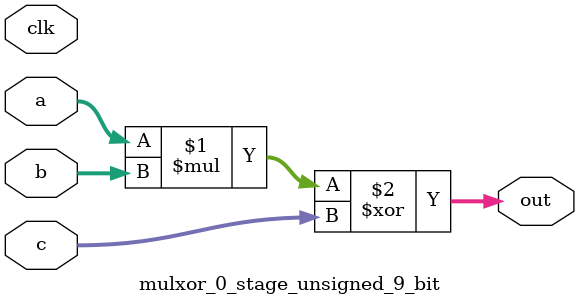
<source format=sv>
(* use_dsp = "yes" *) module mulxor_0_stage_unsigned_9_bit(
	input  [8:0] a,
	input  [8:0] b,
	input  [8:0] c,
	output [8:0] out,
	input clk);

	assign out = (a * b) ^ c;
endmodule

</source>
